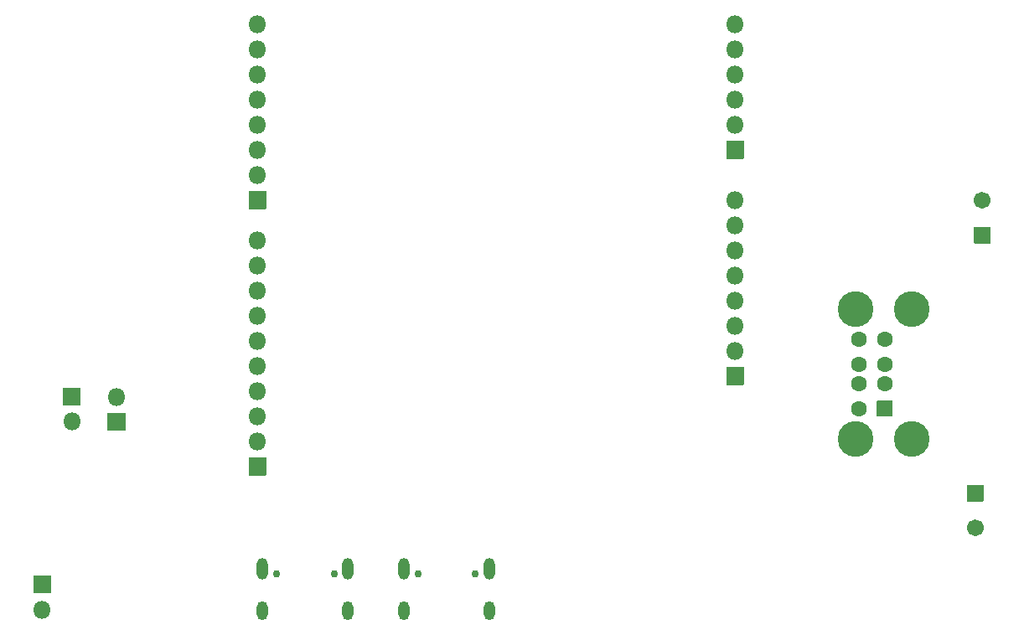
<source format=gbs>
G04 #@! TF.GenerationSoftware,KiCad,Pcbnew,8.0.8+1*
G04 #@! TF.CreationDate,2025-07-08T07:12:23+00:00*
G04 #@! TF.ProjectId,mbed-ce-ci-shield-v2,6d626564-2d63-4652-9d63-692d73686965,0*
G04 #@! TF.SameCoordinates,Original*
G04 #@! TF.FileFunction,Soldermask,Bot*
G04 #@! TF.FilePolarity,Negative*
%FSLAX46Y46*%
G04 Gerber Fmt 4.6, Leading zero omitted, Abs format (unit mm)*
G04 Created by KiCad (PCBNEW 8.0.8+1) date 2025-07-08 07:12:23*
%MOMM*%
%LPD*%
G01*
G04 APERTURE LIST*
%ADD10O,1.801600X1.801600*%
%ADD11C,1.701600*%
%ADD12C,0.751600*%
%ADD13O,1.101600X2.201600*%
%ADD14O,1.101600X1.901600*%
%ADD15C,1.601600*%
%ADD16C,3.601600*%
G04 APERTURE END LIST*
G36*
G01*
X80650800Y-72020000D02*
X80650800Y-73720000D01*
G75*
G02*
X80600000Y-73770800I-50800J0D01*
G01*
X78900000Y-73770800D01*
G75*
G02*
X78849200Y-73720000I0J50800D01*
G01*
X78849200Y-72020000D01*
G75*
G02*
X78900000Y-71969200I50800J0D01*
G01*
X80600000Y-71969200D01*
G75*
G02*
X80650800Y-72020000I0J-50800D01*
G01*
G37*
D10*
X79750000Y-70330000D03*
X79750000Y-67790000D03*
X79750000Y-65250000D03*
X79750000Y-62710000D03*
X79750000Y-60170000D03*
X79750000Y-57630000D03*
X79750000Y-55090000D03*
G36*
G01*
X153800000Y-77253451D02*
X152200000Y-77253451D01*
G75*
G02*
X152149200Y-77202651I0J50800D01*
G01*
X152149200Y-75602651D01*
G75*
G02*
X152200000Y-75551851I50800J0D01*
G01*
X153800000Y-75551851D01*
G75*
G02*
X153850800Y-75602651I0J-50800D01*
G01*
X153850800Y-77202651D01*
G75*
G02*
X153800000Y-77253451I-50800J0D01*
G01*
G37*
D11*
X153000000Y-72902651D03*
G36*
G01*
X80650800Y-98944000D02*
X80650800Y-100644000D01*
G75*
G02*
X80600000Y-100694800I-50800J0D01*
G01*
X78900000Y-100694800D01*
G75*
G02*
X78849200Y-100644000I0J50800D01*
G01*
X78849200Y-98944000D01*
G75*
G02*
X78900000Y-98893200I50800J0D01*
G01*
X80600000Y-98893200D01*
G75*
G02*
X80650800Y-98944000I0J-50800D01*
G01*
G37*
D10*
X79750000Y-97254000D03*
X79750000Y-94714000D03*
X79750000Y-92174000D03*
X79750000Y-89634000D03*
X79750000Y-87094000D03*
X79750000Y-84554000D03*
X79750000Y-82014000D03*
X79750000Y-79474000D03*
X79750000Y-76934000D03*
D12*
X95995051Y-110660000D03*
X101775051Y-110660000D03*
D13*
X94565051Y-110160000D03*
D14*
X94565051Y-114340000D03*
D13*
X103205051Y-110160000D03*
D14*
X103205051Y-114340000D03*
G36*
G01*
X128910800Y-89800000D02*
X128910800Y-91500000D01*
G75*
G02*
X128860000Y-91550800I-50800J0D01*
G01*
X127160000Y-91550800D01*
G75*
G02*
X127109200Y-91500000I0J50800D01*
G01*
X127109200Y-89800000D01*
G75*
G02*
X127160000Y-89749200I50800J0D01*
G01*
X128860000Y-89749200D01*
G75*
G02*
X128910800Y-89800000I0J-50800D01*
G01*
G37*
D10*
X128010000Y-88110000D03*
X128010000Y-85570000D03*
X128010000Y-83030000D03*
X128010000Y-80490000D03*
X128010000Y-77950000D03*
X128010000Y-75410000D03*
X128010000Y-72870000D03*
G36*
G01*
X128910800Y-66940000D02*
X128910800Y-68640000D01*
G75*
G02*
X128860000Y-68690800I-50800J0D01*
G01*
X127160000Y-68690800D01*
G75*
G02*
X127109200Y-68640000I0J50800D01*
G01*
X127109200Y-66940000D01*
G75*
G02*
X127160000Y-66889200I50800J0D01*
G01*
X128860000Y-66889200D01*
G75*
G02*
X128910800Y-66940000I0J-50800D01*
G01*
G37*
X128010000Y-65250000D03*
X128010000Y-62710000D03*
X128010000Y-60170000D03*
X128010000Y-57630000D03*
X128010000Y-55090000D03*
G36*
G01*
X66400800Y-94425000D02*
X66400800Y-96125000D01*
G75*
G02*
X66350000Y-96175800I-50800J0D01*
G01*
X64650000Y-96175800D01*
G75*
G02*
X64599200Y-96125000I0J50800D01*
G01*
X64599200Y-94425000D01*
G75*
G02*
X64650000Y-94374200I50800J0D01*
G01*
X66350000Y-94374200D01*
G75*
G02*
X66400800Y-94425000I0J-50800D01*
G01*
G37*
X65500000Y-92735000D03*
G36*
G01*
X57099200Y-112575000D02*
X57099200Y-110875000D01*
G75*
G02*
X57150000Y-110824200I50800J0D01*
G01*
X58850000Y-110824200D01*
G75*
G02*
X58900800Y-110875000I0J-50800D01*
G01*
X58900800Y-112575000D01*
G75*
G02*
X58850000Y-112625800I-50800J0D01*
G01*
X57150000Y-112625800D01*
G75*
G02*
X57099200Y-112575000I0J50800D01*
G01*
G37*
X58000000Y-114265000D03*
G36*
G01*
X60099200Y-93575000D02*
X60099200Y-91875000D01*
G75*
G02*
X60150000Y-91824200I50800J0D01*
G01*
X61850000Y-91824200D01*
G75*
G02*
X61900800Y-91875000I0J-50800D01*
G01*
X61900800Y-93575000D01*
G75*
G02*
X61850000Y-93625800I-50800J0D01*
G01*
X60150000Y-93625800D01*
G75*
G02*
X60099200Y-93575000I0J50800D01*
G01*
G37*
X61000000Y-95265000D03*
D12*
X81700000Y-110660000D03*
X87480000Y-110660000D03*
D13*
X80270000Y-110160000D03*
D14*
X80270000Y-114340000D03*
D13*
X88910000Y-110160000D03*
D14*
X88910000Y-114340000D03*
G36*
G01*
X151450000Y-101649200D02*
X153050000Y-101649200D01*
G75*
G02*
X153100800Y-101700000I0J-50800D01*
G01*
X153100800Y-103300000D01*
G75*
G02*
X153050000Y-103350800I-50800J0D01*
G01*
X151450000Y-103350800D01*
G75*
G02*
X151399200Y-103300000I0J50800D01*
G01*
X151399200Y-101700000D01*
G75*
G02*
X151450000Y-101649200I50800J0D01*
G01*
G37*
D11*
X152250000Y-106000000D03*
G36*
G01*
X143908485Y-93190000D02*
X143908485Y-94690000D01*
G75*
G02*
X143857685Y-94740800I-50800J0D01*
G01*
X142357685Y-94740800D01*
G75*
G02*
X142306885Y-94690000I0J50800D01*
G01*
X142306885Y-93190000D01*
G75*
G02*
X142357685Y-93139200I50800J0D01*
G01*
X143857685Y-93139200D01*
G75*
G02*
X143908485Y-93190000I0J-50800D01*
G01*
G37*
D15*
X143107685Y-91440000D03*
X143107685Y-89440000D03*
X143107685Y-86940000D03*
X140487685Y-93940000D03*
X140487685Y-91440000D03*
X140487685Y-89440000D03*
X140487685Y-86940000D03*
D16*
X145817685Y-97010000D03*
X145817685Y-83870000D03*
X140137685Y-97010000D03*
X140137685Y-83870000D03*
M02*

</source>
